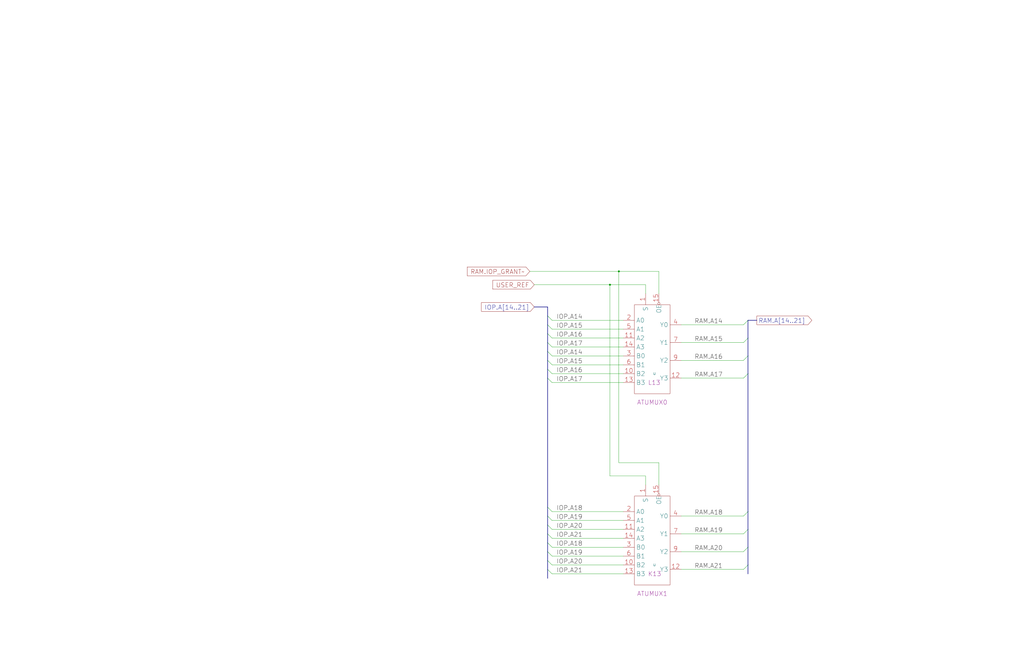
<source format=kicad_sch>
(kicad_sch (version 20220404) (generator eeschema)
  (paper "User" 584.2 378.46)
  (title_block (title "IOP\\nATU") (date "22-SEP-90") (rev "2.0") (comment 1 "IOC") (comment 2 "232-003061") (comment 3 "S400") (comment 4 "RELEASED"))
  (lib_symbols
    (symbol "r1000:F257" (pin_names (offset 1.016))
      (property "Reference" "U" (at 2.54 5.08 0))
      (property "Value" "F257" (at -3.81 -5.08 0))
      (property "Location" "___" (at -1.27 0 0))
      (property "Name" "______" (at 1.27 -12.7 0))
      (symbol "F257_1_1"
        (rectangle (start -8.89 44.45) (end 11.43 -6.35))
        (circle (center 5.08 45.085) (radius 0.635))
        (pin input line (at -2.54 50.8 270) (length 6.35) (name "S") (number "1"))
        (pin input line (at -15.24 5.08 0) (length 6.35) (name "B2") (number "10"))
        (pin input line (at -15.24 25.4 0) (length 6.35) (name "A2") (number "11"))
        (pin tri_state line (at 17.78 2.54 180) (length 6.35) (name "Y3") (number "12"))
        (pin input line (at -15.24 0 0) (length 6.35) (name "B3") (number "13"))
        (pin input line (at -15.24 20.32 0) (length 6.35) (name "A3") (number "14"))
        (pin input line (at 5.08 50.8 270) (length 5.08) (name "OE") (number "15"))
        (pin input line (at -15.24 35.56 0) (length 6.35) (name "A0") (number "2"))
        (pin input line (at -15.24 15.24 0) (length 6.35) (name "B0") (number "3"))
        (pin tri_state line (at 17.78 33.02 180) (length 6.35) (name "Y0") (number "4"))
        (pin input line (at -15.24 30.48 0) (length 6.35) (name "A1") (number "5"))
        (pin input line (at -15.24 10.16 0) (length 6.35) (name "B1") (number "6"))
        (pin tri_state line (at 17.78 22.86 180) (length 6.35) (name "Y1") (number "7"))
        (pin tri_state line (at 17.78 12.7 180) (length 6.35) (name "Y2") (number "9"))
      )
    )
  )
  (junction (at 353.06 154.94))
  (junction (at 347.98 162.56))
  (bus_entry (at 426.72 312.42) (size -2.54 2.54))
  (bus_entry (at 426.72 203.2) (size -2.54 2.54))
  (bus_entry (at 312.42 180.34) (size 2.54 2.54))
  (bus_entry (at 312.42 200.66) (size 2.54 2.54))
  (bus_entry (at 426.72 292.1) (size -2.54 2.54))
  (bus_entry (at 426.72 213.36) (size -2.54 2.54))
  (bus_entry (at 426.72 322.58) (size -2.54 2.54))
  (bus_entry (at 312.42 289.56) (size 2.54 2.54))
  (bus_entry (at 426.72 193.04) (size -2.54 2.54))
  (bus_entry (at 312.42 320.04) (size 2.54 2.54))
  (bus_entry (at 312.42 185.42) (size 2.54 2.54))
  (bus_entry (at 312.42 210.82) (size 2.54 2.54))
  (bus_entry (at 426.72 182.88) (size -2.54 2.54))
  (bus_entry (at 426.72 302.26) (size -2.54 2.54))
  (bus_entry (at 312.42 205.74) (size 2.54 2.54))
  (bus_entry (at 312.42 304.8) (size 2.54 2.54))
  (bus_entry (at 312.42 309.88) (size 2.54 2.54))
  (bus_entry (at 312.42 299.72) (size 2.54 2.54))
  (bus_entry (at 312.42 325.12) (size 2.54 2.54))
  (bus_entry (at 312.42 195.58) (size 2.54 2.54))
  (bus_entry (at 312.42 215.9) (size 2.54 2.54))
  (bus_entry (at 312.42 314.96) (size 2.54 2.54))
  (bus_entry (at 312.42 190.5) (size 2.54 2.54))
  (bus_entry (at 312.42 294.64) (size 2.54 2.54))
  (wire (pts (xy 314.96 297.18) (xy 355.6 297.18)))
  (wire (pts (xy 314.96 312.42) (xy 355.6 312.42)))
  (bus (pts (xy 312.42 180.34) (xy 312.42 185.42)))
  (wire (pts (xy 388.62 185.42) (xy 424.18 185.42)))
  (wire (pts (xy 314.96 203.2) (xy 355.6 203.2)))
  (bus (pts (xy 426.72 292.1) (xy 426.72 302.26)))
  (wire (pts (xy 314.96 317.5) (xy 355.6 317.5)))
  (wire (pts (xy 368.3 162.56) (xy 368.3 167.64)))
  (bus (pts (xy 312.42 309.88) (xy 312.42 314.96)))
  (bus (pts (xy 312.42 200.66) (xy 312.42 205.74)))
  (wire (pts (xy 302.26 154.94) (xy 353.06 154.94)))
  (bus (pts (xy 312.42 299.72) (xy 312.42 304.8)))
  (wire (pts (xy 375.92 276.86) (xy 375.92 264.16)))
  (bus (pts (xy 312.42 304.8) (xy 312.42 309.88)))
  (wire (pts (xy 314.96 213.36) (xy 355.6 213.36)))
  (wire (pts (xy 314.96 208.28) (xy 355.6 208.28)))
  (bus (pts (xy 312.42 320.04) (xy 312.42 325.12)))
  (wire (pts (xy 347.98 162.56) (xy 368.3 162.56)))
  (wire (pts (xy 388.62 294.64) (xy 424.18 294.64)))
  (wire (pts (xy 368.3 276.86) (xy 368.3 271.78)))
  (bus (pts (xy 426.72 193.04) (xy 426.72 203.2)))
  (bus (pts (xy 312.42 195.58) (xy 312.42 200.66)))
  (wire (pts (xy 388.62 205.74) (xy 424.18 205.74)))
  (wire (pts (xy 388.62 314.96) (xy 424.18 314.96)))
  (wire (pts (xy 314.96 193.04) (xy 355.6 193.04)))
  (bus (pts (xy 426.72 312.42) (xy 426.72 322.58)))
  (wire (pts (xy 314.96 218.44) (xy 355.6 218.44)))
  (wire (pts (xy 314.96 302.26) (xy 355.6 302.26)))
  (bus (pts (xy 426.72 182.88) (xy 431.8 182.88)))
  (wire (pts (xy 388.62 304.8) (xy 424.18 304.8)))
  (bus (pts (xy 426.72 302.26) (xy 426.72 312.42)))
  (wire (pts (xy 347.98 162.56) (xy 347.98 271.78)))
  (wire (pts (xy 314.96 307.34) (xy 355.6 307.34)))
  (bus (pts (xy 312.42 175.26) (xy 312.42 180.34)))
  (bus (pts (xy 304.8 175.26) (xy 312.42 175.26)))
  (wire (pts (xy 368.3 271.78) (xy 347.98 271.78)))
  (wire (pts (xy 388.62 195.58) (xy 424.18 195.58)))
  (bus (pts (xy 426.72 213.36) (xy 426.72 292.1)))
  (wire (pts (xy 388.62 325.12) (xy 424.18 325.12)))
  (wire (pts (xy 353.06 154.94) (xy 375.92 154.94)))
  (wire (pts (xy 375.92 154.94) (xy 375.92 167.64)))
  (wire (pts (xy 314.96 182.88) (xy 355.6 182.88)))
  (bus (pts (xy 312.42 215.9) (xy 312.42 289.56)))
  (wire (pts (xy 314.96 322.58) (xy 355.6 322.58)))
  (bus (pts (xy 312.42 210.82) (xy 312.42 215.9)))
  (wire (pts (xy 314.96 327.66) (xy 355.6 327.66)))
  (wire (pts (xy 353.06 264.16) (xy 353.06 154.94)))
  (bus (pts (xy 312.42 325.12) (xy 312.42 330.2)))
  (bus (pts (xy 312.42 289.56) (xy 312.42 294.64)))
  (wire (pts (xy 304.8 162.56) (xy 347.98 162.56)))
  (wire (pts (xy 314.96 187.96) (xy 355.6 187.96)))
  (wire (pts (xy 388.62 215.9) (xy 424.18 215.9)))
  (wire (pts (xy 375.92 264.16) (xy 353.06 264.16)))
  (bus (pts (xy 426.72 203.2) (xy 426.72 213.36)))
  (bus (pts (xy 312.42 190.5) (xy 312.42 195.58)))
  (bus (pts (xy 426.72 322.58) (xy 426.72 327.66)))
  (bus (pts (xy 312.42 294.64) (xy 312.42 299.72)))
  (wire (pts (xy 314.96 198.12) (xy 355.6 198.12)))
  (bus (pts (xy 426.72 182.88) (xy 426.72 193.04)))
  (bus (pts (xy 312.42 205.74) (xy 312.42 210.82)))
  (bus (pts (xy 312.42 185.42) (xy 312.42 190.5)))
  (bus (pts (xy 312.42 314.96) (xy 312.42 320.04)))
  (wire (pts (xy 314.96 292.1) (xy 355.6 292.1)))
  (label "RAM.A18" (at 396.24 294.64 0) (effects (font (size 2.54 2.54))))
  (label "IOP.A15" (at 317.5 208.28 0) (effects (font (size 2.54 2.54))))
  (label "IOP.A21" (at 317.5 307.34 0) (effects (font (size 2.54 2.54))))
  (label "IOP.A21" (at 317.5 327.66 0) (effects (font (size 2.54 2.54))))
  (label "IOP.A20" (at 317.5 322.58 0) (effects (font (size 2.54 2.54))))
  (label "IOP.A16" (at 317.5 193.04 0) (effects (font (size 2.54 2.54))))
  (label "IOP.A17" (at 317.5 198.12 0) (effects (font (size 2.54 2.54))))
  (label "RAM.A15" (at 396.24 195.58 0) (effects (font (size 2.54 2.54))))
  (label "IOP.A14" (at 317.5 203.2 0) (effects (font (size 2.54 2.54))))
  (label "RAM.A16" (at 396.24 205.74 0) (effects (font (size 2.54 2.54))))
  (label "IOP.A18" (at 317.5 292.1 0) (effects (font (size 2.54 2.54))))
  (label "IOP.A15" (at 317.5 187.96 0) (effects (font (size 2.54 2.54))))
  (label "IOP.A19" (at 317.5 317.5 0) (effects (font (size 2.54 2.54))))
  (label "RAM.A21" (at 396.24 325.12 0) (effects (font (size 2.54 2.54))))
  (label "IOP.A14" (at 317.5 182.88 0) (effects (font (size 2.54 2.54))))
  (label "IOP.A16" (at 317.5 213.36 0) (effects (font (size 2.54 2.54))))
  (label "RAM.A17" (at 396.24 215.9 0) (effects (font (size 2.54 2.54))))
  (label "IOP.A20" (at 317.5 302.26 0) (effects (font (size 2.54 2.54))))
  (label "RAM.A20" (at 396.24 314.96 0) (effects (font (size 2.54 2.54))))
  (label "RAM.A14" (at 396.24 185.42 0) (effects (font (size 2.54 2.54))))
  (label "IOP.A17" (at 317.5 218.44 0) (effects (font (size 2.54 2.54))))
  (label "IOP.A18" (at 317.5 312.42 0) (effects (font (size 2.54 2.54))))
  (label "IOP.A19" (at 317.5 297.18 0) (effects (font (size 2.54 2.54))))
  (label "RAM.A19" (at 396.24 304.8 0) (effects (font (size 2.54 2.54))))
  (global_label "RAM.IOP_GRANT~" (shape input) (at 302.26 154.94 180) (effects (font (size 2.54 2.54))) (property "Intersheet References" "${INTERSHEET_REFS}" (at 266.2101 154.7813 0) (effects (font (size 1.905 1.905)) (justify right))))
  (global_label "USER_REF" (shape input) (at 304.8 162.56 180) (effects (font (size 2.54 2.54))) (property "Intersheet References" "${INTERSHEET_REFS}" (at 280.7244 162.4013 0) (effects (font (size 1.905 1.905)) (justify right))))
  (global_label "RAM.A[14..21]" (shape output) (at 431.8 182.88 0) (effects (font (size 2.54 2.54))) (property "Intersheet References" "${INTERSHEET_REFS}" (at 463.4956 182.7213 0) (effects (font (size 1.905 1.905)) (justify left))))
  (global_label "IOP.A[14..21]" (shape input) (at 304.8 175.26 180) (effects (font (size 2.54 2.54))) (property "Intersheet References" "${INTERSHEET_REFS}" (at 274.314 175.1013 0) (effects (font (size 1.905 1.905)) (justify right))))
  (symbol (lib_id "r1000:F257") (at 370.84 218.44 0) (unit 1)
    (default_instance (reference "U") (unit 1) (value "") (footprint ""))
    (property "Reference" "U" (at 373.38 213.36 0))
    (property "Location" "L13" (at 369.57 218.44 0) (effects (font (size 2.54 2.54)) (justify left)))
    (property "Name" "ATUMUX0" (at 372.11 231.14 0) (effects (font (size 2.54 2.54)) (justify bottom)))
  )
  (symbol (lib_id "r1000:F257") (at 370.84 327.66 0) (unit 1)
    (default_instance (reference "U") (unit 1) (value "") (footprint ""))
    (property "Reference" "U" (at 373.38 322.58 0))
    (property "Location" "K13" (at 369.57 327.66 0) (effects (font (size 2.54 2.54)) (justify left)))
    (property "Name" "ATUMUX1" (at 372.11 340.36 0) (effects (font (size 2.54 2.54)) (justify bottom)))
  )
)
</source>
